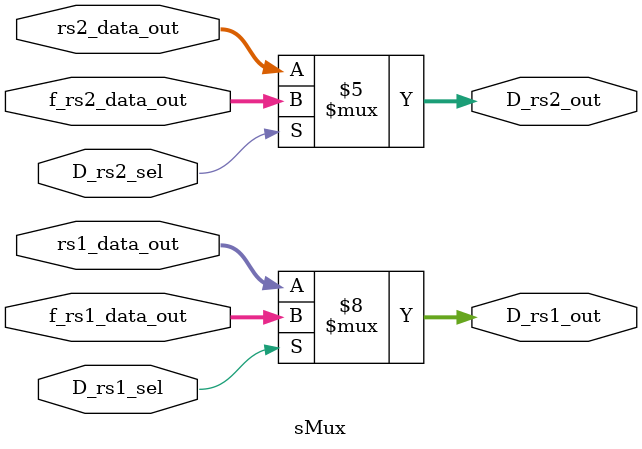
<source format=v>
module sMux(
  input [31:0] rs1_data_out,
  input [31:0] rs2_data_out,
  input [31:0] f_rs1_data_out,
  input [31:0] f_rs2_data_out,
  //sel
  input D_rs1_sel,
  input D_rs2_sel,
  //out
  output reg [31:0] D_rs1_out,
  output reg [31:0] D_rs2_out
);
always @(*) begin
  //D_rs1_out
  if(~D_rs1_sel)D_rs1_out=rs1_data_out;
  else D_rs1_out=f_rs1_data_out;
  //D_rs2_out
  if(~D_rs2_sel)D_rs2_out=rs2_data_out;
  else D_rs2_out=f_rs2_data_out;
end
endmodule

</source>
